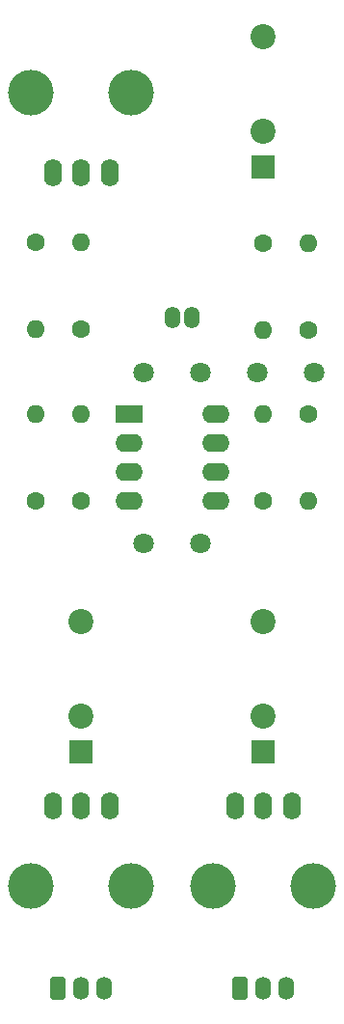
<source format=gbr>
%TF.GenerationSoftware,KiCad,Pcbnew,9.0.1*%
%TF.CreationDate,2025-06-14T10:14:47+10:00*%
%TF.ProjectId,Mixer,4d697865-722e-46b6-9963-61645f706362,1-0*%
%TF.SameCoordinates,Original*%
%TF.FileFunction,Soldermask,Bot*%
%TF.FilePolarity,Negative*%
%FSLAX46Y46*%
G04 Gerber Fmt 4.6, Leading zero omitted, Abs format (unit mm)*
G04 Created by KiCad (PCBNEW 9.0.1) date 2025-06-14 10:14:47*
%MOMM*%
%LPD*%
G01*
G04 APERTURE LIST*
G04 Aperture macros list*
%AMRoundRect*
0 Rectangle with rounded corners*
0 $1 Rounding radius*
0 $2 $3 $4 $5 $6 $7 $8 $9 X,Y pos of 4 corners*
0 Add a 4 corners polygon primitive as box body*
4,1,4,$2,$3,$4,$5,$6,$7,$8,$9,$2,$3,0*
0 Add four circle primitives for the rounded corners*
1,1,$1+$1,$2,$3*
1,1,$1+$1,$4,$5*
1,1,$1+$1,$6,$7*
1,1,$1+$1,$8,$9*
0 Add four rect primitives between the rounded corners*
20,1,$1+$1,$2,$3,$4,$5,0*
20,1,$1+$1,$4,$5,$6,$7,0*
20,1,$1+$1,$6,$7,$8,$9,0*
20,1,$1+$1,$8,$9,$2,$3,0*%
G04 Aperture macros list end*
%ADD10O,2.400000X1.600000*%
%ADD11R,2.400000X1.600000*%
%ADD12O,1.600000X2.400000*%
%ADD13C,4.000000*%
%ADD14C,1.600000*%
%ADD15O,1.600000X1.600000*%
%ADD16R,2.000000X2.000000*%
%ADD17C,2.200000*%
%ADD18RoundRect,0.291666X-0.408334X-0.708334X0.408334X-0.708334X0.408334X0.708334X-0.408334X0.708334X0*%
%ADD19O,1.400000X2.000000*%
%ADD20C,1.800000*%
%ADD21O,1.350000X1.900000*%
G04 APERTURE END LIST*
D10*
%TO.C,U1*%
X153810000Y-93190000D03*
X153810000Y-95730000D03*
X153810000Y-98270000D03*
X153810000Y-100810000D03*
X146190000Y-100810000D03*
X146190000Y-98270000D03*
X146190000Y-95730000D03*
D11*
X146190000Y-93190000D03*
%TD*%
D12*
%TO.C,RV3*%
X139499999Y-72000000D03*
X142000000Y-72000000D03*
X144500001Y-72000000D03*
D13*
X146400000Y-65000000D03*
X137600000Y-65000000D03*
%TD*%
D12*
%TO.C,RV2*%
X160500001Y-127562501D03*
X158000000Y-127562501D03*
X155499999Y-127562501D03*
D13*
X153600000Y-134562501D03*
X162400000Y-134562501D03*
%TD*%
D12*
%TO.C,RV1*%
X144500001Y-127562501D03*
X142000000Y-127562501D03*
X139499999Y-127562501D03*
D13*
X137600000Y-134562501D03*
X146400000Y-134562501D03*
%TD*%
D14*
%TO.C,R6*%
X162000000Y-85810000D03*
D15*
X162000000Y-78190000D03*
%TD*%
%TO.C,R4*%
X142000000Y-78130000D03*
D14*
X142000000Y-85750000D03*
%TD*%
D16*
%TO.C,J2*%
X158000000Y-122780000D03*
D17*
X158000000Y-119680000D03*
X158000000Y-111380000D03*
%TD*%
D16*
%TO.C,J3*%
X158000000Y-71480000D03*
D17*
X158000000Y-68380000D03*
X158000000Y-60080001D03*
%TD*%
D16*
%TO.C,J1*%
X142000000Y-122780000D03*
D17*
X142000000Y-119680000D03*
X142000000Y-111380000D03*
%TD*%
D14*
%TO.C,R2*%
X142000000Y-100810000D03*
D15*
X142000000Y-93190000D03*
%TD*%
D18*
%TO.C,J5*%
X140000000Y-143550000D03*
D19*
X142000000Y-143550000D03*
X144000000Y-143550000D03*
%TD*%
D14*
%TO.C,R1*%
X138000000Y-100810000D03*
D15*
X138000000Y-93190000D03*
%TD*%
D14*
%TO.C,R8*%
X162000000Y-93190000D03*
D15*
X162000000Y-100810000D03*
%TD*%
D20*
%TO.C,C1*%
X147500000Y-89500000D03*
X152500000Y-89500000D03*
%TD*%
D18*
%TO.C,J6*%
X156000000Y-143550000D03*
D19*
X158000000Y-143550000D03*
X160000000Y-143550000D03*
%TD*%
D15*
%TO.C,R7*%
X158000000Y-93190000D03*
D14*
X158000000Y-100810000D03*
%TD*%
D20*
%TO.C,C3*%
X147500000Y-104500000D03*
X152500000Y-104500000D03*
%TD*%
D21*
%TO.C,Q1*%
X150000000Y-84690000D03*
X151730000Y-84690000D03*
%TD*%
D20*
%TO.C,C2*%
X157500000Y-89500000D03*
X162500000Y-89500000D03*
%TD*%
D14*
%TO.C,R3*%
X138000000Y-78130000D03*
D15*
X138000000Y-85750000D03*
%TD*%
%TO.C,R5*%
X158000000Y-85810000D03*
D14*
X158000000Y-78190000D03*
%TD*%
M02*

</source>
